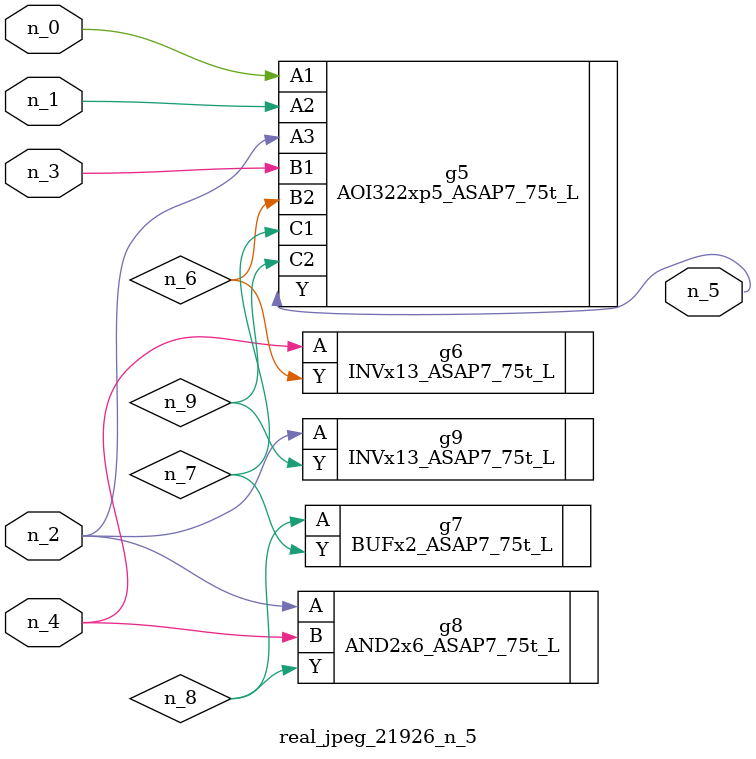
<source format=v>
module real_jpeg_21926_n_5 (n_4, n_0, n_1, n_2, n_3, n_5);

input n_4;
input n_0;
input n_1;
input n_2;
input n_3;

output n_5;

wire n_8;
wire n_6;
wire n_7;
wire n_9;

AOI322xp5_ASAP7_75t_L g5 ( 
.A1(n_0),
.A2(n_1),
.A3(n_2),
.B1(n_3),
.B2(n_6),
.C1(n_7),
.C2(n_9),
.Y(n_5)
);

AND2x6_ASAP7_75t_L g8 ( 
.A(n_2),
.B(n_4),
.Y(n_8)
);

INVx13_ASAP7_75t_L g9 ( 
.A(n_2),
.Y(n_9)
);

INVx13_ASAP7_75t_L g6 ( 
.A(n_4),
.Y(n_6)
);

BUFx2_ASAP7_75t_L g7 ( 
.A(n_8),
.Y(n_7)
);


endmodule
</source>
